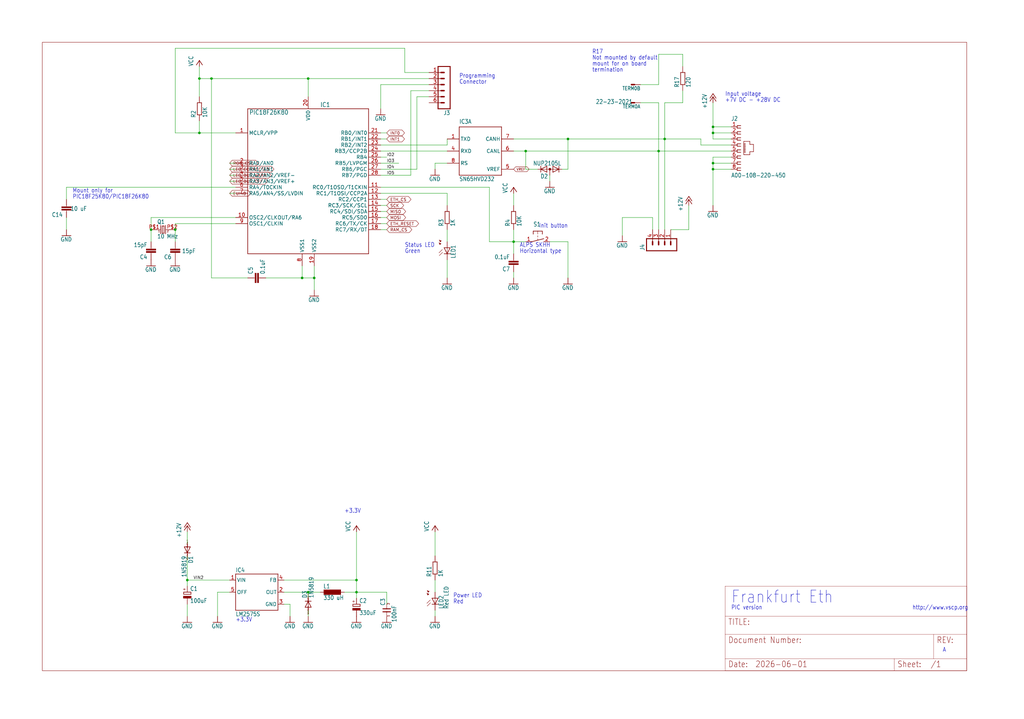
<source format=kicad_sch>
(kicad_sch (version 20250114) (generator "eeschema") (generator_version "9.0")
  (paper "User" 430.454 302.311)
  (lib_symbols
    (symbol "frankfurt_eth_pic-eagle-import:+12V" (power)
      (symbol "+12V_1_0"
        (pin power_in line (at 0 -2.54 90) (length 2.54) (name "+12V") (number "1"))
      )
    )
    (symbol "frankfurt_eth_pic-eagle-import:22-23-2021"
      (property "Reference" "X" (at 2.54 -0.762 0))
      (symbol "22-23-2021_1_0"
        (pin passive line (at -2.54 0 0) (length 2.54) (name "S") (number "1"))
      )
      (symbol "22-23-2021_2_0"
        (pin passive line (at -2.54 0 0) (length 2.54) (name "S") (number "2"))
      )
    )
    (symbol "frankfurt_eth_pic-eagle-import:31-XX"
      (property "Reference" "S" (at -6.35 -1.905 90))
      (symbol "31-XX_1_0"
        (pin passive line (at 0 5.08 270) (length 2.54) (name "S") (number "2"))
        (pin passive line (at 0 -5.08 90) (length 2.54) (name "P") (number "1"))
      )
    )
    (symbol "frankfurt_eth_pic-eagle-import:A00-108-220-450"
      (symbol "A00-108-220-450_1_0"
        (pin passive line (at 0 7.62 0) (length 2.54) (name "1") (number "1"))
        (pin passive line (at 0 5.08 0) (length 2.54) (name "2") (number "2"))
        (pin passive line (at 0 2.54 0) (length 2.54) (name "3") (number "3"))
        (pin passive line (at 0 0 0) (length 2.54) (name "4") (number "4"))
        (pin passive line (at 0 -2.54 0) (length 2.54) (name "5") (number "5"))
        (pin passive line (at 0 -5.08 0) (length 2.54) (name "6") (number "6"))
        (pin passive line (at 0 -7.62 0) (length 2.54) (name "7") (number "7"))
        (pin passive line (at 0 -10.16 0) (length 2.54) (name "8") (number "8"))
      )
    )
    (symbol "frankfurt_eth_pic-eagle-import:C-EUC0805"
      (property "Reference" "C" (at 1.524 0.381 0))
      (symbol "C-EUC0805_1_0"
        (pin passive line (at 0 2.54 270) (length 2.54) (name "1") (number "1"))
        (pin passive line (at 0 -5.08 90) (length 2.54) (name "2") (number "2"))
      )
    )
    (symbol "frankfurt_eth_pic-eagle-import:CNP-0805"
      (property "Reference" "C" (at 1.905 0.635 0))
      (symbol "CNP-0805_1_0"
        (text "1" (at -2.794 -1.27 0) (effects (font (size 0.8636 0.734)) (justify left bottom)))
        (text "2" (at 2.286 -1.27 0) (effects (font (size 0.8636 0.734)) (justify left bottom)))
        (pin passive line (at -2.54 0 0) (length 0) (name "1") (number "1"))
        (pin passive line (at 2.54 0 180) (length 0) (name "2") (number "2"))
      )
    )
    (symbol "frankfurt_eth_pic-eagle-import:CPOL-EUD"
      (property "Reference" "C" (at 1.143 0.4826 0))
      (symbol "CPOL-EUD_1_0"
        (text "+" (at -0.5842 0.4064 900) (effects (font (size 1.27 1.0795)) (justify left bottom)))
        (pin passive line (at 0 2.54 270) (length 2.54) (name "+") (number "+"))
        (pin passive line (at 0 -5.08 90) (length 2.54) (name "-") (number "-"))
      )
    )
    (symbol "frankfurt_eth_pic-eagle-import:DINA3_L"
      (symbol "DINA3_L_2_0"
        (text "TITLE:" (at 1.27 19.05 0) (effects (font (size 2.54 2.159)) (justify left bottom)))
        (text "Document Number:" (at 1.27 11.43 0) (effects (font (size 2.54 2.159)) (justify left bottom)))
        (text "Date:" (at 1.27 1.27 0) (effects (font (size 2.54 2.159)) (justify left bottom)))
        (text "${CURRENT_DATE}" (at 12.7 1.27 0) (effects (font (size 2.54 2.159)) (justify left bottom)))
        (text "${PROJECTNAME}" (at 17.78 19.05 0) (effects (font (size 2.54 2.159)) (justify left bottom)))
        (text "Sheet:" (at 72.39 1.27 0) (effects (font (size 2.54 2.159)) (justify left bottom)))
        (text "${#}/${##}" (at 86.36 1.27 0) (effects (font (size 2.54 2.159)) (justify left bottom)))
        (text "REV:" (at 88.9 11.43 0) (effects (font (size 2.54 2.159)) (justify left bottom)))
      )
    )
    (symbol "frankfurt_eth_pic-eagle-import:DIODE-2CA|ACSOT23"
      (property "Reference" "D" (at 0.762 2.0066 0))
      (symbol "DIODE-2CA|ACSOT23_1_0"
        (pin passive line (at -5.08 0 0) (length 2.54) (name "K1") (number "1"))
        (pin passive line (at 0 2.54 270) (length 2.54) (name "A") (number "3"))
        (pin passive line (at 5.08 0 180) (length 2.54) (name "K2") (number "2"))
      )
    )
    (symbol "frankfurt_eth_pic-eagle-import:DIODE-SOD123"
      (property "Reference" "D" (at 2.54 0.4826 0))
      (symbol "DIODE-SOD123_1_0"
        (text "SpiceOrder 1" (at -2.54 0 0) (effects (font (size 0.4064 0.3454))))
        (text "SpiceOrder 2" (at 2.54 0 0) (effects (font (size 0.4064 0.3454))))
        (pin passive line (at -2.54 0 0) (length 2.54) (name "A") (number "A"))
        (pin passive line (at 2.54 0 180) (length 2.54) (name "C") (number "C"))
      )
    )
    (symbol "frankfurt_eth_pic-eagle-import:DO3316P"
      (property "Reference" "L" (at -3.81 1.4986 0))
      (symbol "DO3316P_1_0"
        (pin passive line (at -5.08 0 0) (length 2.54) (name "1") (number "1"))
        (pin passive line (at 5.08 0 180) (length 2.54) (name "2") (number "2"))
      )
    )
    (symbol "frankfurt_eth_pic-eagle-import:GND" (power)
      (symbol "GND_1_0"
        (pin power_in line (at 0 2.54 270) (length 2.54) (name "GND") (number "1"))
      )
    )
    (symbol "frankfurt_eth_pic-eagle-import:HC-49S"
      (symbol "HC-49S_1_0"
        (text "1" (at -2.159 -1.143 0) (effects (font (size 0.8636 0.734)) (justify left bottom)))
        (text "2" (at 1.524 -1.143 0) (effects (font (size 0.8636 0.734)) (justify left bottom)))
        (pin passive line (at -5.08 0 0) (length 2.54) (name "1") (number "P$1"))
        (pin passive line (at 5.08 0 180) (length 2.54) (name "2") (number "P$2"))
      )
    )
    (symbol "frankfurt_eth_pic-eagle-import:LEDCHIP-LED0805"
      (property "Reference" "LED" (at 3.556 -4.572 90))
      (symbol "LEDCHIP-LED0805_1_0"
        (pin passive line (at 0 2.54 270) (length 2.54) (name "A") (number "A"))
        (pin passive line (at 0 -5.08 90) (length 2.54) (name "C") (number "C"))
      )
    )
    (symbol "frankfurt_eth_pic-eagle-import:LM2575S"
      (property "Reference" "IC" (at -7.62 8.28 0))
      (symbol "LM2575S_1_0"
        (pin power_in line (at -10.16 5.08 0) (length 2.54) (name "VIN") (number "1"))
        (pin input line (at -10.16 0 0) (length 2.54) (name "OFF") (number "5"))
        (pin input line (at 12.7 5.08 180) (length 2.54) (name "FB") (number "4"))
        (pin output line (at 12.7 0 180) (length 2.54) (name "OUT") (number "2"))
        (pin power_in line (at 12.7 -5.08 180) (length 2.54) (name "GND") (number "3"))
      )
    )
    (symbol "frankfurt_eth_pic-eagle-import:MA04-1"
      (property "Reference" "SV" (at -1.27 5.842 0))
      (symbol "MA04-1_1_0"
        (pin passive line (at 7.62 2.54 180) (length 5.08) (name "4") (number "4"))
        (pin passive line (at 7.62 0 180) (length 5.08) (name "3") (number "3"))
        (pin passive line (at 7.62 -2.54 180) (length 5.08) (name "2") (number "2"))
        (pin passive line (at 7.62 -5.08 180) (length 5.08) (name "1") (number "1"))
      )
    )
    (symbol "frankfurt_eth_pic-eagle-import:MA06-1"
      (property "Reference" "SV" (at -1.27 8.382 0))
      (symbol "MA06-1_1_0"
        (pin passive line (at 7.62 5.08 180) (length 5.08) (name "6") (number "6"))
        (pin passive line (at 7.62 2.54 180) (length 5.08) (name "5") (number "5"))
        (pin passive line (at 7.62 0 180) (length 5.08) (name "4") (number "4"))
        (pin passive line (at 7.62 -2.54 180) (length 5.08) (name "3") (number "3"))
        (pin passive line (at 7.62 -5.08 180) (length 5.08) (name "2") (number "2"))
        (pin passive line (at 7.62 -7.62 180) (length 5.08) (name "1") (number "1"))
      )
    )
    (symbol "frankfurt_eth_pic-eagle-import:MCP2551SN"
      (property "Reference" "U" (at -2.54 0 0))
      (symbol "MCP2551SN_1_0"
        (pin input line (at -15.24 5.08 0) (length 5.08) (name "TXD") (number "1"))
        (pin output line (at -15.24 0 0) (length 5.08) (name "RXD") (number "4"))
        (pin input line (at -15.24 -5.08 0) (length 5.08) (name "RS") (number "8"))
        (pin bidirectional line (at 12.7 5.08 180) (length 5.08) (name "CANH") (number "7"))
        (pin bidirectional line (at 12.7 0 180) (length 5.08) (name "CANL") (number "6"))
        (pin power_in line (at 12.7 -7.62 180) (length 5.08) (name "VREF") (number "5"))
      )
      (symbol "MCP2551SN_2_0"
        (text "VDD" (at 2.54 2.54 900) (effects (font (size 1.4224 1.209)) (justify left bottom)))
        (text "VDD" (at 2.54 2.54 900) (effects (font (size 1.4224 1.209)) (justify left bottom)))
        (text "VSS" (at 2.54 -7.62 900) (effects (font (size 1.4224 1.209)) (justify left bottom)))
        (text "VSS" (at 2.54 -7.62 900) (effects (font (size 1.4224 1.209)) (justify left bottom)))
        (pin power_in line (at 0 7.62 270) (length 5.08) (name "VDD") (number "3"))
        (pin power_in line (at 0 -7.62 90) (length 5.08) (name "VSS") (number "2"))
      )
    )
    (symbol "frankfurt_eth_pic-eagle-import:PIC18F252-?I/SO"
      (property "Reference" "IC" (at 5.08 31.115 0))
      (symbol "PIC18F252-?I/SO_1_0"
        (pin input line (at -30.48 20.32 0) (length 5.08) (name "MCLR/VPP") (number "1"))
        (pin bidirectional line (at -30.48 7.62 0) (length 5.08) (name "RA0/AN0") (number "2"))
        (pin bidirectional line (at -30.48 5.08 0) (length 5.08) (name "RA1/AN1") (number "3"))
        (pin bidirectional line (at -30.48 2.54 0) (length 5.08) (name "RA2/AN2/VREF-") (number "4"))
        (pin bidirectional line (at -30.48 0 0) (length 5.08) (name "RA3/AN3/VREF+") (number "5"))
        (pin open_collector line (at -30.48 -2.54 0) (length 5.08) (name "RA4/T0CKIN") (number "6"))
        (pin bidirectional line (at -30.48 -5.08 0) (length 5.08) (name "RA5/AN4/SS/LVDIN") (number "7"))
        (pin output line (at -30.48 -15.24 0) (length 5.08) (name "OSC2/CLKOUT/RA6") (number "10"))
        (pin input line (at -30.48 -17.78 0) (length 5.08) (name "OSC1/CLKIN") (number "9"))
        (pin power_in line (at -2.54 -35.56 90) (length 5.08) (name "VSS1") (number "8"))
        (pin power_in line (at 0 35.56 270) (length 5.08) (name "VDD") (number "20"))
        (pin power_in line (at 2.54 -35.56 90) (length 5.08) (name "VSS2") (number "19"))
        (pin bidirectional line (at 30.48 20.32 180) (length 5.08) (name "RB0/INT0") (number "21"))
        (pin bidirectional line (at 30.48 17.78 180) (length 5.08) (name "RB1/INT1") (number "22"))
        (pin bidirectional line (at 30.48 15.24 180) (length 5.08) (name "RB2/INT2") (number "23"))
        (pin bidirectional line (at 30.48 12.7 180) (length 5.08) (name "RB3/CCP2B") (number "24"))
        (pin bidirectional line (at 30.48 10.16 180) (length 5.08) (name "RB4") (number "25"))
        (pin bidirectional line (at 30.48 7.62 180) (length 5.08) (name "RB5/LVPGM") (number "26"))
        (pin bidirectional line (at 30.48 5.08 180) (length 5.08) (name "RB6/PGC") (number "27"))
        (pin bidirectional line (at 30.48 2.54 180) (length 5.08) (name "RB7/PGD") (number "28"))
        (pin bidirectional line (at 30.48 -2.54 180) (length 5.08) (name "RC0/T1OSO/T1CKIN") (number "11"))
        (pin bidirectional line (at 30.48 -5.08 180) (length 5.08) (name "RC1/T1OSI/CCP2A") (number "12"))
        (pin bidirectional line (at 30.48 -7.62 180) (length 5.08) (name "RC2/CCP1") (number "13"))
        (pin bidirectional line (at 30.48 -10.16 180) (length 5.08) (name "RC3/SCK/SCL") (number "14"))
        (pin bidirectional line (at 30.48 -12.7 180) (length 5.08) (name "RC4/SDI/SDA") (number "15"))
        (pin bidirectional line (at 30.48 -15.24 180) (length 5.08) (name "RC5/SD0") (number "16"))
        (pin bidirectional line (at 30.48 -17.78 180) (length 5.08) (name "RC6/TX/CK") (number "17"))
        (pin bidirectional line (at 30.48 -20.32 180) (length 5.08) (name "RC7/RX/DT") (number "18"))
      )
    )
    (symbol "frankfurt_eth_pic-eagle-import:R-EU_R0805"
      (property "Reference" "R" (at -3.81 1.4986 0))
      (symbol "R-EU_R0805_1_0"
        (pin passive line (at -5.08 0 0) (length 2.54) (name "1") (number "1"))
        (pin passive line (at 5.08 0 180) (length 2.54) (name "2") (number "2"))
      )
    )
    (symbol "frankfurt_eth_pic-eagle-import:VCC" (power)
      (symbol "VCC_1_0"
        (pin power_in line (at 0 -2.54 90) (length 2.54) (name "VCC") (number "1"))
      )
    )
  )
  (text "Power LED" (at 190.5 251.46 0) (effects (font (size 1.778 1.5113)) (justify left bottom)))
  (text "Status LED" (at 170.18 104.14 0) (effects (font (size 1.778 1.5113)) (justify left bottom)))
  (text "Frankfurt Eth" (at 307.34 254 0) (effects (font (size 5.08 4.318)) (justify left bottom)))
  (text "PIC version" (at 307.34 256.54 0) (effects (font (size 1.778 1.5113)) (justify left bottom)))
  (text "Mount only for" (at 30.48 81.28 0) (effects (font (size 1.778 1.5113)) (justify left bottom)))
  (text "http://www.vscp.org" (at 383.54 256.54 0) (effects (font (size 1.778 1.5113)) (justify left bottom)))
  (text "Not mounted by default" (at 248.92 25.4 0) (effects (font (size 1.778 1.5113)) (justify left bottom)))
  (text "PIC18F25K80/PIC18F26K80" (at 30.48 83.82 0) (effects (font (size 1.778 1.5113)) (justify left bottom)))
  (text "Horizontal type" (at 218.44 106.68 0) (effects (font (size 1.778 1.5113)) (justify left bottom)))
  (text "mount for on board" (at 248.92 27.94 0) (effects (font (size 1.778 1.5113)) (justify left bottom)))
  (text "R17" (at 248.92 22.86 0) (effects (font (size 1.778 1.5113)) (justify left bottom)))
  (text "A" (at 396.24 274.32 0) (effects (font (size 1.778 1.5113)) (justify left bottom)))
  (text "Red" (at 190.5 254 0) (effects (font (size 1.778 1.5113)) (justify left bottom)))
  (text "Programming" (at 193.04 33.02 0) (effects (font (size 1.778 1.5113)) (justify left bottom)))
  (text "ALPS SKHH" (at 218.44 104.14 0) (effects (font (size 1.778 1.5113)) (justify left bottom)))
  (text "termination" (at 248.92 30.48 0) (effects (font (size 1.778 1.5113)) (justify left bottom)))
  (text "+3.3V" (at 144.78 215.9 0) (effects (font (size 1.778 1.5113)) (justify left bottom)))
  (text "+3.3V" (at 99.06 261.62 0) (effects (font (size 1.778 1.5113)) (justify left bottom)))
  (text "Connector" (at 193.04 35.56 0) (effects (font (size 1.778 1.5113)) (justify left bottom)))
  (text "Green" (at 170.18 106.68 0) (effects (font (size 1.778 1.5113)) (justify left bottom)))
  (text "Init button" (at 238.76 93.98 0) (effects (font (size 1.778 1.5113)) (justify right top)))
  (text "Input voltage" (at 304.8 40.64 0) (effects (font (size 1.778 1.5113)) (justify left bottom)))
  (text "+7V DC - +28V DC" (at 304.8 43.18 0) (effects (font (size 1.778 1.5113)) (justify left bottom)))
  (junction (at 149.86 248.92))
  (junction (at 129.54 248.92))
  (junction (at 299.72 71.12))
  (junction (at 129.54 33.02))
  (junction (at 299.72 68.58))
  (junction (at 299.72 53.34))
  (junction (at 132.08 116.84))
  (junction (at 238.76 58.42))
  (junction (at 83.82 55.88))
  (junction (at 220.98 63.5))
  (junction (at 279.4 58.42))
  (junction (at 63.5 96.52))
  (junction (at 149.86 243.84))
  (junction (at 299.72 55.88))
  (junction (at 88.9 33.02))
  (junction (at 78.74 243.84))
  (junction (at 83.82 33.02))
  (junction (at 276.86 63.5))
  (junction (at 215.9 101.6))
  (junction (at 127 116.84))
  (junction (at 73.66 96.52))
  (wire (pts (xy 83.82 55.88) (xy 99.06 55.88)) (stroke (width 0.1524)))
  (wire (pts (xy 160.02 71.12) (xy 175.26 71.12)) (stroke (width 0.1524)))
  (wire (pts (xy 307.34 53.34) (xy 299.72 53.34)) (stroke (width 0.1524)))
  (wire (pts (xy 276.86 35.56) (xy 276.86 22.86)) (stroke (width 0.1524)))
  (wire (pts (xy 91.44 248.92) (xy 91.44 259.08)) (stroke (width 0.1524)))
  (wire (pts (xy 160.02 35.56) (xy 180.34 35.56)) (stroke (width 0.1524)))
  (wire (pts (xy 73.66 20.32) (xy 73.66 55.88)) (stroke (width 0.1524)))
  (wire (pts (xy 220.98 71.12) (xy 220.98 63.5)) (stroke (width 0.1524)))
  (wire (pts (xy 27.94 96.52) (xy 27.94 91.44)) (stroke (width 0.1524)))
  (wire (pts (xy 88.9 116.84) (xy 88.9 33.02)) (stroke (width 0.1524)))
  (wire (pts (xy 215.9 58.42) (xy 238.76 58.42)) (stroke (width 0.1524)))
  (wire (pts (xy 261.62 91.44) (xy 261.62 99.06)) (stroke (width 0.1524)))
  (wire (pts (xy 289.56 96.52) (xy 289.56 86.36)) (stroke (width 0.1524)))
  (wire (pts (xy 160.02 66.04) (xy 162.56 66.04)) (stroke (width 0.1524)))
  (wire (pts (xy 160.02 83.82) (xy 162.56 83.82)) (stroke (width 0.1524)))
  (wire (pts (xy 121.92 254) (xy 121.92 259.08)) (stroke (width 0.1524)))
  (wire (pts (xy 127 116.84) (xy 132.08 116.84)) (stroke (width 0.1524)))
  (wire (pts (xy 294.64 60.96) (xy 307.34 60.96)) (stroke (width 0.1524)))
  (wire (pts (xy 281.94 96.52) (xy 289.56 96.52)) (stroke (width 0.1524)))
  (wire (pts (xy 111.76 116.84) (xy 127 116.84)) (stroke (width 0.1524)))
  (wire (pts (xy 129.54 33.02) (xy 180.34 33.02)) (stroke (width 0.1524)))
  (wire (pts (xy 276.86 43.18) (xy 276.86 63.5)) (stroke (width 0.1524)))
  (wire (pts (xy 276.86 63.5) (xy 307.34 63.5)) (stroke (width 0.1524)))
  (wire (pts (xy 287.02 38.1) (xy 287.02 43.18)) (stroke (width 0.1524)))
  (wire (pts (xy 119.38 248.92) (xy 129.54 248.92)) (stroke (width 0.1524)))
  (wire (pts (xy 119.38 243.84) (xy 149.86 243.84)) (stroke (width 0.1524)))
  (wire (pts (xy 269.24 43.18) (xy 276.86 43.18)) (stroke (width 0.1524)))
  (wire (pts (xy 226.06 71.12) (xy 220.98 71.12)) (stroke (width 0.1524)))
  (wire (pts (xy 279.4 58.42) (xy 294.64 58.42)) (stroke (width 0.1524)))
  (wire (pts (xy 132.08 116.84) (xy 132.08 111.76)) (stroke (width 0.1524)))
  (wire (pts (xy 99.06 68.58) (xy 96.52 68.58)) (stroke (width 0.1524)))
  (wire (pts (xy 78.74 228.6) (xy 78.74 223.52)) (stroke (width 0.1524)))
  (wire (pts (xy 269.24 35.56) (xy 276.86 35.56)) (stroke (width 0.1524)))
  (wire (pts (xy 238.76 71.12) (xy 238.76 58.42)) (stroke (width 0.1524)))
  (wire (pts (xy 104.14 116.84) (xy 88.9 116.84)) (stroke (width 0.1524)))
  (wire (pts (xy 162.56 248.92) (xy 162.56 254)) (stroke (width 0.1524)))
  (wire (pts (xy 215.9 101.6) (xy 205.74 101.6)) (stroke (width 0.1524)))
  (wire (pts (xy 78.74 233.68) (xy 78.74 243.84)) (stroke (width 0.1524)))
  (wire (pts (xy 187.96 109.22) (xy 187.96 116.84)) (stroke (width 0.1524)))
  (wire (pts (xy 160.02 58.42) (xy 162.56 58.42)) (stroke (width 0.1524)))
  (wire (pts (xy 83.82 50.8) (xy 83.82 55.88)) (stroke (width 0.1524)))
  (wire (pts (xy 149.86 251.46) (xy 149.86 248.92)) (stroke (width 0.1524)))
  (wire (pts (xy 187.96 60.96) (xy 187.96 58.42)) (stroke (width 0.1524)))
  (wire (pts (xy 149.86 243.84) (xy 149.86 248.92)) (stroke (width 0.1524)))
  (wire (pts (xy 172.72 38.1) (xy 172.72 73.66)) (stroke (width 0.1524)))
  (wire (pts (xy 129.54 256.54) (xy 129.54 259.08)) (stroke (width 0.1524)))
  (wire (pts (xy 160.02 45.72) (xy 160.02 35.56)) (stroke (width 0.1524)))
  (wire (pts (xy 279.4 43.18) (xy 279.4 58.42)) (stroke (width 0.1524)))
  (wire (pts (xy 307.34 58.42) (xy 299.72 58.42)) (stroke (width 0.1524)))
  (wire (pts (xy 96.52 243.84) (xy 78.74 243.84)) (stroke (width 0.1524)))
  (wire (pts (xy 160.02 63.5) (xy 187.96 63.5)) (stroke (width 0.1524)))
  (wire (pts (xy 231.14 101.6) (xy 238.76 101.6)) (stroke (width 0.1524)))
  (wire (pts (xy 182.88 68.58) (xy 187.96 68.58)) (stroke (width 0.1524)))
  (wire (pts (xy 129.54 40.64) (xy 129.54 33.02)) (stroke (width 0.1524)))
  (wire (pts (xy 73.66 101.6) (xy 73.66 96.52)) (stroke (width 0.1524)))
  (wire (pts (xy 187.96 101.6) (xy 187.96 96.52)) (stroke (width 0.1524)))
  (wire (pts (xy 129.54 33.02) (xy 88.9 33.02)) (stroke (width 0.1524)))
  (wire (pts (xy 160.02 81.28) (xy 187.96 81.28)) (stroke (width 0.1524)))
  (wire (pts (xy 170.18 20.32) (xy 73.66 20.32)) (stroke (width 0.1524)))
  (wire (pts (xy 299.72 53.34) (xy 299.72 43.18)) (stroke (width 0.1524)))
  (wire (pts (xy 149.86 243.84) (xy 149.86 223.52)) (stroke (width 0.1524)))
  (wire (pts (xy 160.02 93.98) (xy 162.56 93.98)) (stroke (width 0.1524)))
  (wire (pts (xy 132.08 121.92) (xy 132.08 116.84)) (stroke (width 0.1524)))
  (wire (pts (xy 236.22 71.12) (xy 238.76 71.12)) (stroke (width 0.1524)))
  (wire (pts (xy 299.72 66.04) (xy 299.72 68.58)) (stroke (width 0.1524)))
  (wire (pts (xy 149.86 248.92) (xy 162.56 248.92)) (stroke (width 0.1524)))
  (wire (pts (xy 99.06 91.44) (xy 63.5 91.44)) (stroke (width 0.1524)))
  (wire (pts (xy 160.02 88.9) (xy 162.56 88.9)) (stroke (width 0.1524)))
  (wire (pts (xy 205.74 78.74) (xy 205.74 101.6)) (stroke (width 0.1524)))
  (wire (pts (xy 180.34 38.1) (xy 172.72 38.1)) (stroke (width 0.1524)))
  (wire (pts (xy 160.02 60.96) (xy 187.96 60.96)) (stroke (width 0.1524)))
  (wire (pts (xy 170.18 30.48) (xy 170.18 20.32)) (stroke (width 0.1524)))
  (wire (pts (xy 182.88 71.12) (xy 182.88 68.58)) (stroke (width 0.1524)))
  (wire (pts (xy 160.02 86.36) (xy 162.56 86.36)) (stroke (width 0.1524)))
  (wire (pts (xy 73.66 93.98) (xy 99.06 93.98)) (stroke (width 0.1524)))
  (wire (pts (xy 182.88 233.68) (xy 182.88 223.52)) (stroke (width 0.1524)))
  (wire (pts (xy 160.02 78.74) (xy 205.74 78.74)) (stroke (width 0.1524)))
  (wire (pts (xy 307.34 66.04) (xy 299.72 66.04)) (stroke (width 0.1524)))
  (wire (pts (xy 294.64 58.42) (xy 294.64 60.96)) (stroke (width 0.1524)))
  (wire (pts (xy 287.02 22.86) (xy 276.86 22.86)) (stroke (width 0.1524)))
  (wire (pts (xy 160.02 96.52) (xy 162.56 96.52)) (stroke (width 0.1524)))
  (wire (pts (xy 73.66 55.88) (xy 83.82 55.88)) (stroke (width 0.1524)))
  (wire (pts (xy 238.76 58.42) (xy 279.4 58.42)) (stroke (width 0.1524)))
  (wire (pts (xy 27.94 78.74) (xy 27.94 83.82)) (stroke (width 0.1524)))
  (wire (pts (xy 83.82 40.64) (xy 83.82 33.02)) (stroke (width 0.1524)))
  (wire (pts (xy 99.06 81.28) (xy 96.52 81.28)) (stroke (width 0.1524)))
  (wire (pts (xy 274.32 91.44) (xy 261.62 91.44)) (stroke (width 0.1524)))
  (wire (pts (xy 78.74 246.38) (xy 78.74 243.84)) (stroke (width 0.1524)))
  (wire (pts (xy 78.74 254) (xy 78.74 259.08)) (stroke (width 0.1524)))
  (wire (pts (xy 182.88 256.54) (xy 182.88 259.08)) (stroke (width 0.1524)))
  (wire (pts (xy 287.02 43.18) (xy 279.4 43.18)) (stroke (width 0.1524)))
  (wire (pts (xy 172.72 73.66) (xy 160.02 73.66)) (stroke (width 0.1524)))
  (wire (pts (xy 299.72 71.12) (xy 299.72 86.36)) (stroke (width 0.1524)))
  (wire (pts (xy 63.5 91.44) (xy 63.5 96.52)) (stroke (width 0.1524)))
  (wire (pts (xy 238.76 101.6) (xy 238.76 116.84)) (stroke (width 0.1524)))
  (wire (pts (xy 299.72 55.88) (xy 299.72 53.34)) (stroke (width 0.1524)))
  (wire (pts (xy 160.02 55.88) (xy 162.56 55.88)) (stroke (width 0.1524)))
  (wire (pts (xy 73.66 96.52) (xy 73.66 93.98)) (stroke (width 0.1524)))
  (wire (pts (xy 215.9 114.3) (xy 215.9 116.84)) (stroke (width 0.1524)))
  (wire (pts (xy 307.34 68.58) (xy 299.72 68.58)) (stroke (width 0.1524)))
  (wire (pts (xy 307.34 55.88) (xy 299.72 55.88)) (stroke (width 0.1524)))
  (wire (pts (xy 160.02 91.44) (xy 162.56 91.44)) (stroke (width 0.1524)))
  (wire (pts (xy 187.96 81.28) (xy 187.96 86.36)) (stroke (width 0.1524)))
  (wire (pts (xy 220.98 63.5) (xy 276.86 63.5)) (stroke (width 0.1524)))
  (wire (pts (xy 215.9 101.6) (xy 220.98 101.6)) (stroke (width 0.1524)))
  (wire (pts (xy 167.64 68.58) (xy 160.02 68.58)) (stroke (width 0.1524)))
  (wire (pts (xy 63.5 96.52) (xy 63.5 101.6)) (stroke (width 0.1524)))
  (wire (pts (xy 99.06 71.12) (xy 96.52 71.12)) (stroke (width 0.1524)))
  (wire (pts (xy 129.54 251.46) (xy 129.54 248.92)) (stroke (width 0.1524)))
  (wire (pts (xy 299.72 58.42) (xy 299.72 55.88)) (stroke (width 0.1524)))
  (wire (pts (xy 83.82 33.02) (xy 83.82 27.94)) (stroke (width 0.1524)))
  (wire (pts (xy 99.06 73.66) (xy 96.52 73.66)) (stroke (width 0.1524)))
  (wire (pts (xy 119.38 254) (xy 121.92 254)) (stroke (width 0.1524)))
  (wire (pts (xy 88.9 33.02) (xy 83.82 33.02)) (stroke (width 0.1524)))
  (wire (pts (xy 276.86 96.52) (xy 276.86 63.5)) (stroke (width 0.1524)))
  (wire (pts (xy 99.06 78.74) (xy 27.94 78.74)) (stroke (width 0.1524)))
  (wire (pts (xy 175.26 40.64) (xy 180.34 40.64)) (stroke (width 0.1524)))
  (wire (pts (xy 127 111.76) (xy 127 116.84)) (stroke (width 0.1524)))
  (wire (pts (xy 96.52 248.92) (xy 91.44 248.92)) (stroke (width 0.1524)))
  (wire (pts (xy 231.14 76.2) (xy 231.14 73.66)) (stroke (width 0.1524)))
  (wire (pts (xy 99.06 76.2) (xy 96.52 76.2)) (stroke (width 0.1524)))
  (wire (pts (xy 274.32 96.52) (xy 274.32 91.44)) (stroke (width 0.1524)))
  (wire (pts (xy 175.26 71.12) (xy 175.26 40.64)) (stroke (width 0.1524)))
  (wire (pts (xy 299.72 68.58) (xy 299.72 71.12)) (stroke (width 0.1524)))
  (wire (pts (xy 287.02 27.94) (xy 287.02 22.86)) (stroke (width 0.1524)))
  (wire (pts (xy 215.9 86.36) (xy 215.9 81.28)) (stroke (width 0.1524)))
  (wire (pts (xy 215.9 101.6) (xy 215.9 106.68)) (stroke (width 0.1524)))
  (wire (pts (xy 182.88 248.92) (xy 182.88 243.84)) (stroke (width 0.1524)))
  (wire (pts (xy 279.4 96.52) (xy 279.4 58.42)) (stroke (width 0.1524)))
  (wire (pts (xy 149.86 248.92) (xy 144.78 248.92)) (stroke (width 0.1524)))
  (wire (pts (xy 307.34 71.12) (xy 299.72 71.12)) (stroke (width 0.1524)))
  (wire (pts (xy 129.54 248.92) (xy 134.62 248.92)) (stroke (width 0.1524)))
  (wire (pts (xy 215.9 63.5) (xy 220.98 63.5)) (stroke (width 0.1524)))
  (wire (pts (xy 215.9 96.52) (xy 215.9 101.6)) (stroke (width 0.1524)))
  (wire (pts (xy 180.34 30.48) (xy 170.18 30.48)) (stroke (width 0.1524)))
  (label "IO3" (at 162.56 68.58 0) (effects (font (size 1.2446 1.2446))))
  (label "IO4" (at 162.56 71.12 0) (effects (font (size 1.2446 1.2446))))
  (label "VIN2" (at 81.28 243.84 0) (effects (font (size 1.2446 1.2446))))
  (label "IO5" (at 162.56 73.66 0) (effects (font (size 1.2446 1.2446))))
  (label "IO2" (at 162.56 66.04 0) (effects (font (size 1.2446 1.2446))))
  (global_label "ETH_RESET" (shape bidirectional) (at 162.56 93.98 0) (effects (font (size 1.2446 1.2446))) (property "Intersheetrefs" "${INTERSHEET_REFS}" (effects (hide yes))))
  (global_label "EUI48" (shape bidirectional) (at 96.52 81.28 0) (effects (font (size 1.2446 1.2446))) (property "Intersheetrefs" "${INTERSHEET_REFS}" (effects (hide yes))))
  (global_label "LED_BUS_WARN" (shape bidirectional) (at 96.52 73.66 0) (effects (font (size 1.2446 1.2446))) (property "Intersheetrefs" "${INTERSHEET_REFS}" (effects (hide yes))))
  (global_label "ETH_CS" (shape bidirectional) (at 162.56 83.82 0) (effects (font (size 1.2446 1.2446))) (property "Intersheetrefs" "${INTERSHEET_REFS}" (effects (hide yes))))
  (global_label "ROM_CS1" (shape bidirectional) (at 96.52 68.58 0) (effects (font (size 1.2446 1.2446))) (property "Intersheetrefs" "${INTERSHEET_REFS}" (effects (hide yes))))
  (global_label "LED_BUS_OFF" (shape bidirectional) (at 96.52 76.2 0) (effects (font (size 1.2446 1.2446))) (property "Intersheetrefs" "${INTERSHEET_REFS}" (effects (hide yes))))
  (global_label "SCK" (shape bidirectional) (at 162.56 86.36 0) (effects (font (size 1.2446 1.2446))) (property "Intersheetrefs" "${INTERSHEET_REFS}" (effects (hide yes))))
  (global_label "INT0" (shape bidirectional) (at 162.56 55.88 0) (effects (font (size 1.2446 1.2446))) (property "Intersheetrefs" "${INTERSHEET_REFS}" (effects (hide yes))))
  (global_label "INT1" (shape bidirectional) (at 162.56 58.42 0) (effects (font (size 1.2446 1.2446))) (property "Intersheetrefs" "${INTERSHEET_REFS}" (effects (hide yes))))
  (global_label "MISO" (shape bidirectional) (at 162.56 88.9 0) (effects (font (size 1.2446 1.2446))) (property "Intersheetrefs" "${INTERSHEET_REFS}" (effects (hide yes))))
  (global_label "RAM_CS" (shape bidirectional) (at 162.56 96.52 0) (effects (font (size 1.2446 1.2446))) (property "Intersheetrefs" "${INTERSHEET_REFS}" (effects (hide yes))))
  (global_label "VREF" (shape bidirectional) (at 215.9 71.12 0) (effects (font (size 1.016 1.016))) (property "Intersheetrefs" "${INTERSHEET_REFS}" (effects (hide yes))))
  (global_label "MOSI" (shape bidirectional) (at 162.56 91.44 0) (effects (font (size 1.2446 1.2446))) (property "Intersheetrefs" "${INTERSHEET_REFS}" (effects (hide yes))))
  (global_label "LED_CONNECTED" (shape bidirectional) (at 96.52 71.12 0) (effects (font (size 1.2446 1.2446))) (property "Intersheetrefs" "${INTERSHEET_REFS}" (effects (hide yes))))
  (symbol (lib_id "frankfurt_eth_pic-eagle-import:LEDCHIP-LED0805") (at 182.88 251.46 0) (unit 1)
    (property "Reference" "LED2" (at 186.436 256.032 90) (effects (font (size 1.778 1.5113)) (justify left bottom)))
    (property "Value" "Red LED" (at 188.595 256.032 90) (effects (font (size 1.778 1.5113)) (justify left bottom)))
    (property "Footprint" "frankfurt_eth_pic:CHIP-LED0805" (effects (hide yes)))
  )
  (symbol (lib_id "frankfurt_eth_pic-eagle-import:GND") (at 129.54 261.62 0) (unit 1)
    (property "Reference" "#GND6" (effects (hide yes)))
    (property "Value" "GND" (at 127 264.16 0) (effects (font (size 1.778 1.5113)) (justify left bottom)))
  )
  (symbol (lib_id "frankfurt_eth_pic-eagle-import:C-EUC0805") (at 73.66 106.68 180) (unit 1)
    (property "Reference" "C6" (at 72.136 107.061 0) (effects (font (size 1.778 1.5113)) (justify left bottom)))
    (property "Value" "15pF" (at 82.296 104.521 0) (effects (font (size 1.778 1.5113)) (justify left bottom)))
    (property "Footprint" "frankfurt_eth_pic:C0805" (effects (hide yes)))
  )
  (symbol (lib_id "frankfurt_eth_pic-eagle-import:GND") (at 162.56 261.62 0) (unit 1)
    (property "Reference" "#GND15" (effects (hide yes)))
    (property "Value" "GND" (at 160.02 264.16 0) (effects (font (size 1.778 1.5113)) (justify left bottom)))
  )
  (symbol (lib_id "frankfurt_eth_pic-eagle-import:GND") (at 132.08 124.46 0) (unit 1)
    (property "Reference" "#GND9" (effects (hide yes)))
    (property "Value" "GND" (at 129.54 127 0) (effects (font (size 1.778 1.5113)) (justify left bottom)))
  )
  (symbol (lib_id "frankfurt_eth_pic-eagle-import:22-23-2021") (at 266.7 43.18 180) (unit 1)
    (property "Reference" "TERM0" (at 269.24 43.942 0) (effects (font (size 1.524 1.2954)) (justify left bottom)))
    (property "Value" "22-23-2021" (at 265.938 41.783 0) (effects (font (size 1.778 1.5113)) (justify left bottom)))
    (property "Footprint" "frankfurt_eth_pic:22-23-2021" (effects (hide yes)))
  )
  (symbol (lib_id "frankfurt_eth_pic-eagle-import:HC-49S") (at 68.58 96.52 0) (unit 1)
    (property "Reference" "Q1" (at 66.04 94.234 0) (effects (font (size 1.778 1.5113)) (justify left bottom)))
    (property "Value" "10 MHz" (at 66.04 100.33 0) (effects (font (size 1.778 1.5113)) (justify left bottom)))
    (property "Footprint" "frankfurt_eth_pic:9C" (effects (hide yes)))
  )
  (symbol (lib_id "frankfurt_eth_pic-eagle-import:DIODE-2CA|ACSOT23") (at 231.14 71.12 180) (unit 1)
    (property "Reference" "D2" (at 230.378 73.1266 0) (effects (font (size 1.778 1.5113)) (justify left bottom)))
    (property "Value" "NUP2105L" (at 235.966 67.6656 0) (effects (font (size 1.778 1.5113)) (justify left bottom)))
    (property "Footprint" "frankfurt_eth_pic:SOT23" (effects (hide yes)))
  )
  (symbol (lib_id "frankfurt_eth_pic-eagle-import:31-XX") (at 226.06 101.6 270) (unit 1)
    (property "Reference" "S1" (at 224.155 95.25 90) (effects (font (size 1.778 1.5113)) (justify left bottom)))
    (property "Value" "31-XX" (effects (hide yes)))
    (property "Footprint" "frankfurt_eth_pic:B3F-31XX" (effects (hide yes)))
  )
  (symbol (lib_id "frankfurt_eth_pic-eagle-import:DINA3_L") (at 304.8 281.94 0) (unit 2)
    (property "Reference" "#FRAME1" (effects (hide yes)))
    (property "Value" "DINA3_L" (effects (hide yes)))
  )
  (symbol (lib_id "frankfurt_eth_pic-eagle-import:GND") (at 63.5 111.76 0) (unit 1)
    (property "Reference" "#GND8" (effects (hide yes)))
    (property "Value" "GND" (at 60.96 114.3 0) (effects (font (size 1.778 1.5113)) (justify left bottom)))
  )
  (symbol (lib_id "frankfurt_eth_pic-eagle-import:GND") (at 182.88 73.66 0) (unit 1)
    (property "Reference" "#GND12" (effects (hide yes)))
    (property "Value" "GND" (at 180.34 76.2 0) (effects (font (size 1.778 1.5113)) (justify left bottom)))
  )
  (symbol (lib_id "frankfurt_eth_pic-eagle-import:GND") (at 78.74 261.62 0) (unit 1)
    (property "Reference" "#GND7" (effects (hide yes)))
    (property "Value" "GND" (at 76.2 264.16 0) (effects (font (size 1.778 1.5113)) (justify left bottom)))
  )
  (symbol (lib_id "frankfurt_eth_pic-eagle-import:LM2575S") (at 106.68 248.92 0) (unit 1)
    (property "Reference" "IC4" (at 99.06 240.64 0) (effects (font (size 1.778 1.5113)) (justify left bottom)))
    (property "Value" "LM2575S" (at 99.06 259.08 0) (effects (font (size 1.778 1.5113)) (justify left bottom)))
    (property "Footprint" "frankfurt_eth_pic:TO263-5" (effects (hide yes)))
  )
  (symbol (lib_id "frankfurt_eth_pic-eagle-import:+12V") (at 78.74 220.98 0) (unit 1)
    (property "Reference" "#P+7" (effects (hide yes)))
    (property "Value" "+12V" (at 76.2 226.06 90) (effects (font (size 1.778 1.5113)) (justify left bottom)))
  )
  (symbol (lib_id "frankfurt_eth_pic-eagle-import:LEDCHIP-LED0805") (at 187.96 104.14 0) (unit 1)
    (property "Reference" "LED1" (at 191.516 108.712 90) (effects (font (size 1.778 1.5113)) (justify left bottom)))
    (property "Value" "LEDCHIP-LED0805" (effects (hide yes)))
    (property "Footprint" "frankfurt_eth_pic:CHIP-LED0805" (effects (hide yes)))
  )
  (symbol (lib_id "frankfurt_eth_pic-eagle-import:DIODE-SOD123") (at 78.74 231.14 270) (unit 1)
    (property "Reference" "D1" (at 79.2226 233.68 0) (effects (font (size 1.778 1.5113)) (justify left bottom)))
    (property "Value" "1N5819" (at 76.4286 233.68 0) (effects (font (size 1.778 1.5113)) (justify left bottom)))
    (property "Footprint" "frankfurt_eth_pic:SOD123" (effects (hide yes)))
  )
  (symbol (lib_id "frankfurt_eth_pic-eagle-import:GND") (at 238.76 119.38 0) (unit 1)
    (property "Reference" "#GND11" (effects (hide yes)))
    (property "Value" "GND" (at 236.22 121.92 0) (effects (font (size 1.778 1.5113)) (justify left bottom)))
  )
  (symbol (lib_id "frankfurt_eth_pic-eagle-import:R-EU_R0805") (at 215.9 91.44 90) (unit 1)
    (property "Reference" "R4" (at 214.4014 95.25 0) (effects (font (size 1.778 1.5113)) (justify left bottom)))
    (property "Value" "10K" (at 219.202 95.25 0) (effects (font (size 1.778 1.5113)) (justify left bottom)))
    (property "Footprint" "frankfurt_eth_pic:R0805" (effects (hide yes)))
  )
  (symbol (lib_id "frankfurt_eth_pic-eagle-import:R-EU_R0805") (at 187.96 91.44 90) (unit 1)
    (property "Reference" "R3" (at 186.4614 95.25 0) (effects (font (size 1.778 1.5113)) (justify left bottom)))
    (property "Value" "1K" (at 191.262 95.25 0) (effects (font (size 1.778 1.5113)) (justify left bottom)))
    (property "Footprint" "frankfurt_eth_pic:R0805" (effects (hide yes)))
  )
  (symbol (lib_id "frankfurt_eth_pic-eagle-import:GND") (at 215.9 119.38 0) (unit 1)
    (property "Reference" "#GND1" (effects (hide yes)))
    (property "Value" "GND" (at 213.36 121.92 0) (effects (font (size 1.778 1.5113)) (justify left bottom)))
  )
  (symbol (lib_id "frankfurt_eth_pic-eagle-import:C-EUC0805") (at 106.68 116.84 90) (unit 1)
    (property "Reference" "C5" (at 106.299 115.316 0) (effects (font (size 1.778 1.5113)) (justify left bottom)))
    (property "Value" "0.1uF" (at 111.379 115.316 0) (effects (font (size 1.778 1.5113)) (justify left bottom)))
    (property "Footprint" "frankfurt_eth_pic:C0805" (effects (hide yes)))
  )
  (symbol (lib_id "frankfurt_eth_pic-eagle-import:VCC") (at 182.88 220.98 0) (unit 1)
    (property "Reference" "#P+9" (effects (hide yes)))
    (property "Value" "VCC" (at 180.34 223.52 90) (effects (font (size 1.778 1.5113)) (justify left bottom)))
  )
  (symbol (lib_id "frankfurt_eth_pic-eagle-import:GND") (at 73.66 111.76 0) (unit 1)
    (property "Reference" "#GND16" (effects (hide yes)))
    (property "Value" "GND" (at 71.12 114.3 0) (effects (font (size 1.778 1.5113)) (justify left bottom)))
  )
  (symbol (lib_id "frankfurt_eth_pic-eagle-import:+12V") (at 289.56 83.82 0) (unit 1)
    (property "Reference" "#P+8" (effects (hide yes)))
    (property "Value" "+12V" (at 287.02 88.9 90) (effects (font (size 1.778 1.5113)) (justify left bottom)))
  )
  (symbol (lib_id "frankfurt_eth_pic-eagle-import:MA04-1") (at 276.86 104.14 90) (unit 1)
    (property "Reference" "J4" (at 271.018 105.41 0) (effects (font (size 1.778 1.5113)) (justify left bottom)))
    (property "Value" "MA04-1" (effects (hide yes)))
    (property "Footprint" "frankfurt_eth_pic:MA04-1" (effects (hide yes)))
  )
  (symbol (lib_id "frankfurt_eth_pic-eagle-import:GND") (at 299.72 88.9 0) (unit 1)
    (property "Reference" "#GND3" (effects (hide yes)))
    (property "Value" "GND" (at 297.18 91.44 0) (effects (font (size 1.778 1.5113)) (justify left bottom)))
  )
  (symbol (lib_id "frankfurt_eth_pic-eagle-import:GND") (at 27.94 99.06 0) (unit 1)
    (property "Reference" "#GND32" (effects (hide yes)))
    (property "Value" "GND" (at 25.4 101.6 0) (effects (font (size 1.778 1.5113)) (justify left bottom)))
  )
  (symbol (lib_id "frankfurt_eth_pic-eagle-import:GND") (at 91.44 261.62 0) (unit 1)
    (property "Reference" "#GND4" (effects (hide yes)))
    (property "Value" "GND" (at 88.9 264.16 0) (effects (font (size 1.778 1.5113)) (justify left bottom)))
  )
  (symbol (lib_id "frankfurt_eth_pic-eagle-import:GND") (at 261.62 101.6 0) (unit 1)
    (property "Reference" "#GND26" (effects (hide yes)))
    (property "Value" "GND" (at 259.08 104.14 0) (effects (font (size 1.778 1.5113)) (justify left bottom)))
  )
  (symbol (lib_id "frankfurt_eth_pic-eagle-import:C-EUC0805") (at 63.5 106.68 180) (unit 1)
    (property "Reference" "C4" (at 61.976 107.061 0) (effects (font (size 1.778 1.5113)) (justify left bottom)))
    (property "Value" "15pF" (at 61.976 101.981 0) (effects (font (size 1.778 1.5113)) (justify left bottom)))
    (property "Footprint" "frankfurt_eth_pic:C0805" (effects (hide yes)))
  )
  (symbol (lib_id "frankfurt_eth_pic-eagle-import:CPOL-EUD") (at 78.74 248.92 0) (unit 1)
    (property "Reference" "C1" (at 79.883 248.4374 0) (effects (font (size 1.778 1.5113)) (justify left bottom)))
    (property "Value" "100uF" (at 79.883 253.5174 0) (effects (font (size 1.778 1.5113)) (justify left bottom)))
    (property "Footprint" "frankfurt_eth_pic:PANASONIC_D" (effects (hide yes)))
  )
  (symbol (lib_id "frankfurt_eth_pic-eagle-import:MCP2551SN") (at 203.2 63.5 0) (unit 1)
    (property "Reference" "IC3" (at 193.04 52.07 0) (effects (font (size 1.778 1.5113)) (justify left bottom)))
    (property "Value" "SN65HVD232" (at 193.04 76.2 0) (effects (font (size 1.778 1.5113)) (justify left bottom)))
    (property "Footprint" "frankfurt_eth_pic:SO-08" (effects (hide yes)))
  )
  (symbol (lib_id "frankfurt_eth_pic-eagle-import:GND") (at 231.14 78.74 0) (unit 1)
    (property "Reference" "#GND13" (effects (hide yes)))
    (property "Value" "GND" (at 228.6 81.28 0) (effects (font (size 1.778 1.5113)) (justify left bottom)))
  )
  (symbol (lib_id "frankfurt_eth_pic-eagle-import:GND") (at 187.96 119.38 0) (unit 1)
    (property "Reference" "#GND10" (effects (hide yes)))
    (property "Value" "GND" (at 185.42 121.92 0) (effects (font (size 1.778 1.5113)) (justify left bottom)))
  )
  (symbol (lib_id "frankfurt_eth_pic-eagle-import:GND") (at 160.02 48.26 0) (unit 1)
    (property "Reference" "#GND20" (effects (hide yes)))
    (property "Value" "GND" (at 157.48 50.8 0) (effects (font (size 1.778 1.5113)) (justify left bottom)))
  )
  (symbol (lib_id "frankfurt_eth_pic-eagle-import:R-EU_R0805") (at 83.82 45.72 90) (unit 1)
    (property "Reference" "R2" (at 82.3214 49.53 0) (effects (font (size 1.778 1.5113)) (justify left bottom)))
    (property "Value" "10K" (at 87.122 49.53 0) (effects (font (size 1.778 1.5113)) (justify left bottom)))
    (property "Footprint" "frankfurt_eth_pic:R0805" (effects (hide yes)))
  )
  (symbol (lib_id "frankfurt_eth_pic-eagle-import:GND") (at 182.88 261.62 0) (unit 1)
    (property "Reference" "#GND27" (effects (hide yes)))
    (property "Value" "GND" (at 180.34 264.16 0) (effects (font (size 1.778 1.5113)) (justify left bottom)))
  )
  (symbol (lib_id "frankfurt_eth_pic-eagle-import:DIODE-SOD123") (at 129.54 254 90) (unit 1)
    (property "Reference" "D3" (at 129.0574 251.46 0) (effects (font (size 1.778 1.5113)) (justify left bottom)))
    (property "Value" "1N5819" (at 131.8514 251.46 0) (effects (font (size 1.778 1.5113)) (justify left bottom)))
    (property "Footprint" "frankfurt_eth_pic:SOD123" (effects (hide yes)))
  )
  (symbol (lib_id "frankfurt_eth_pic-eagle-import:+12V") (at 299.72 40.64 0) (unit 1)
    (property "Reference" "#P+1" (effects (hide yes)))
    (property "Value" "+12V" (at 297.18 45.72 90) (effects (font (size 1.778 1.5113)) (justify left bottom)))
  )
  (symbol (lib_id "frankfurt_eth_pic-eagle-import:DINA3_L") (at 17.78 281.94 0) (unit 1)
    (property "Reference" "#FRAME1" (effects (hide yes)))
    (property "Value" "DINA3_L" (effects (hide yes)))
  )
  (symbol (lib_id "frankfurt_eth_pic-eagle-import:VCC") (at 83.82 25.4 0) (unit 1)
    (property "Reference" "#P+3" (effects (hide yes)))
    (property "Value" "VCC" (at 81.28 27.94 90) (effects (font (size 1.778 1.5113)) (justify left bottom)))
  )
  (symbol (lib_id "frankfurt_eth_pic-eagle-import:DO3316P") (at 139.7 248.92 0) (unit 1)
    (property "Reference" "L1" (at 135.89 247.4214 0) (effects (font (size 1.778 1.5113)) (justify left bottom)))
    (property "Value" "330 uH" (at 135.89 252.222 0) (effects (font (size 1.778 1.5113)) (justify left bottom)))
    (property "Footprint" "frankfurt_eth_pic:DO3316P" (effects (hide yes)))
  )
  (symbol (lib_id "frankfurt_eth_pic-eagle-import:C-EUC0805") (at 215.9 111.76 180) (unit 1)
    (property "Reference" "C7" (at 214.376 112.141 0) (effects (font (size 1.778 1.5113)) (justify left bottom)))
    (property "Value" "0.1uF" (at 214.376 107.061 0) (effects (font (size 1.778 1.5113)) (justify left bottom)))
    (property "Footprint" "frankfurt_eth_pic:C0805" (effects (hide yes)))
  )
  (symbol (lib_id "frankfurt_eth_pic-eagle-import:MA06-1") (at 187.96 38.1 180) (unit 1)
    (property "Reference" "J3" (at 189.23 46.482 0) (effects (font (size 1.778 1.5113)) (justify left bottom)))
    (property "Value" "MA06-1" (effects (hide yes)))
    (property "Footprint" "frankfurt_eth_pic:MA06-1" (effects (hide yes)))
  )
  (symbol (lib_id "frankfurt_eth_pic-eagle-import:22-23-2021") (at 266.7 35.56 180) (unit 2)
    (property "Reference" "TERM0" (at 269.24 36.322 0) (effects (font (size 1.524 1.2954)) (justify left bottom)))
    (property "Value" "22-23-2021" (effects (hide yes)))
    (property "Footprint" "frankfurt_eth_pic:22-23-2021" (effects (hide yes)))
  )
  (symbol (lib_id "frankfurt_eth_pic-eagle-import:GND") (at 149.86 261.62 0) (unit 1)
    (property "Reference" "#GND14" (effects (hide yes)))
    (property "Value" "GND" (at 147.32 264.16 0) (effects (font (size 1.778 1.5113)) (justify left bottom)))
  )
  (symbol (lib_id "frankfurt_eth_pic-eagle-import:A00-108-220-450") (at 307.34 60.96 0) (unit 1)
    (property "Reference" "J2" (at 307.34 50.8 0) (effects (font (size 1.778 1.5113)) (justify left bottom)))
    (property "Value" "A00-108-220-450" (at 307.34 74.676 0) (effects (font (size 1.778 1.5113)) (justify left bottom)))
    (property "Footprint" "frankfurt_eth_pic:RJ-45" (effects (hide yes)))
  )
  (symbol (lib_id "frankfurt_eth_pic-eagle-import:CNP-0805") (at 162.56 256.54 90) (unit 1)
    (property "Reference" "C3" (at 161.925 254.635 0) (effects (font (size 1.778 1.5113)) (justify left bottom)))
    (property "Value" "100nF" (at 166.6875 261.62 0) (effects (font (size 1.778 1.5113)) (justify left bottom)))
    (property "Footprint" "frankfurt_eth_pic:0805" (effects (hide yes)))
  )
  (symbol (lib_id "frankfurt_eth_pic-eagle-import:VCC") (at 215.9 78.74 0) (unit 1)
    (property "Reference" "#P+4" (effects (hide yes)))
    (property "Value" "VCC" (at 213.36 81.28 90) (effects (font (size 1.778 1.5113)) (justify left bottom)))
  )
  (symbol (lib_id "frankfurt_eth_pic-eagle-import:R-EU_R0805") (at 287.02 33.02 90) (unit 1)
    (property "Reference" "R17" (at 285.5214 36.83 0) (effects (font (size 1.778 1.5113)) (justify left bottom)))
    (property "Value" "120" (at 290.322 36.83 0) (effects (font (size 1.778 1.5113)) (justify left bottom)))
    (property "Footprint" "frankfurt_eth_pic:R0805" (effects (hide yes)))
  )
  (symbol (lib_id "frankfurt_eth_pic-eagle-import:R-EU_R0805") (at 182.88 238.76 90) (unit 1)
    (property "Reference" "R11" (at 181.3814 242.57 0) (effects (font (size 1.778 1.5113)) (justify left bottom)))
    (property "Value" "1K" (at 186.182 242.57 0) (effects (font (size 1.778 1.5113)) (justify left bottom)))
    (property "Footprint" "frankfurt_eth_pic:R0805" (effects (hide yes)))
  )
  (symbol (lib_id "frankfurt_eth_pic-eagle-import:VCC") (at 149.86 220.98 0) (unit 1)
    (property "Reference" "#P+6" (effects (hide yes)))
    (property "Value" "VCC" (at 147.32 223.52 90) (effects (font (size 1.778 1.5113)) (justify left bottom)))
  )
  (symbol (lib_id "frankfurt_eth_pic-eagle-import:GND") (at 121.92 261.62 0) (unit 1)
    (property "Reference" "#GND5" (effects (hide yes)))
    (property "Value" "GND" (at 119.38 264.16 0) (effects (font (size 1.778 1.5113)) (justify left bottom)))
  )
  (symbol (lib_id "frankfurt_eth_pic-eagle-import:CPOL-EUD") (at 149.86 254 0) (unit 1)
    (property "Reference" "C2" (at 151.003 253.5174 0) (effects (font (size 1.778 1.5113)) (justify left bottom)))
    (property "Value" "330uF" (at 151.003 258.5974 0) (effects (font (size 1.778 1.5113)) (justify left bottom)))
    (property "Footprint" "frankfurt_eth_pic:PANASONIC_D" (effects (hide yes)))
  )
  (symbol (lib_id "frankfurt_eth_pic-eagle-import:PIC18F252-?I/SO") (at 129.54 76.2 0) (unit 1)
    (property "Reference" "IC1" (at 134.62 45.085 0) (effects (font (size 1.905 1.6192)) (justify left bottom)))
    (property "Value" "PIC18F26K80" (at 104.775 48.26 0) (effects (font (size 1.905 1.6192)) (justify left bottom)))
    (property "Footprint" "frankfurt_eth_pic:SO28" (effects (hide yes)))
  )
  (symbol (lib_id "frankfurt_eth_pic-eagle-import:C-EUC0805") (at 27.94 88.9 180) (unit 1)
    (property "Reference" "C14" (at 26.416 89.281 0) (effects (font (size 1.778 1.5113)) (justify left bottom)))
    (property "Value" "10 uF" (at 36.576 86.741 0) (effects (font (size 1.778 1.5113)) (justify left bottom)))
    (property "Footprint" "frankfurt_eth_pic:C0805" (effects (hide yes)))
  )
)
</source>
